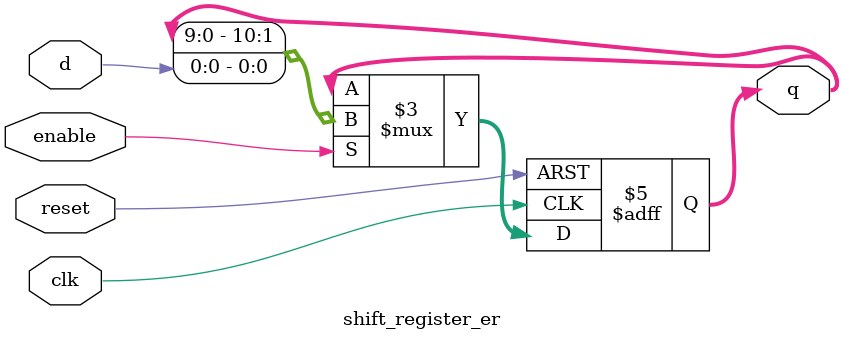
<source format=sv>
module shift_register_er
#(
	parameter WORD_LENGTH = 11
)
(
    input clk,
    input reset,
    input enable,
    input d,
    output logic [WORD_LENGTH-1:0] q
);

//wire [WORD_LENGTH-1:0] q_w;

always_ff @(negedge reset or posedge clk)
	begin
		if (reset == 1'b0)
			q <= {WORD_LENGTH{1'b0}};
		else
			if (enable)
				q <= {q[WORD_LENGTH-2:0],d};
	end

//assign q = q_w;

endmodule

</source>
